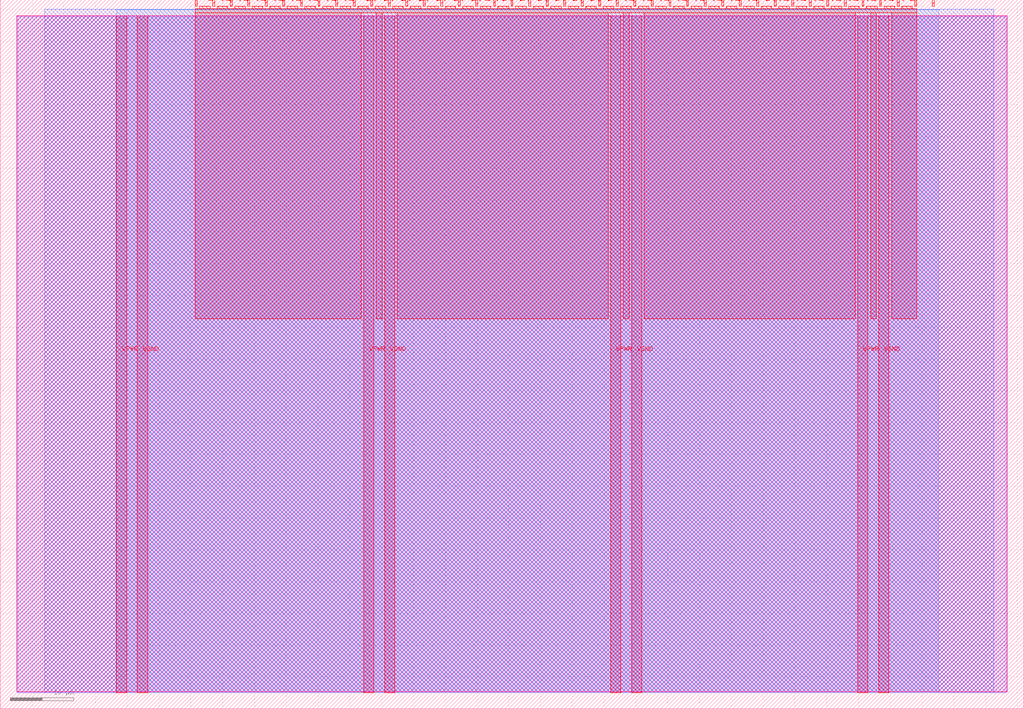
<source format=lef>
VERSION 5.7 ;
  NOWIREEXTENSIONATPIN ON ;
  DIVIDERCHAR "/" ;
  BUSBITCHARS "[]" ;
MACRO tt_um_Lukasseirl
  CLASS BLOCK ;
  FOREIGN tt_um_Lukasseirl ;
  ORIGIN 0.000 0.000 ;
  SIZE 161.000 BY 111.520 ;
  PIN VGND
    DIRECTION INOUT ;
    USE GROUND ;
    PORT
      LAYER met4 ;
        RECT 21.580 2.480 23.180 109.040 ;
    END
    PORT
      LAYER met4 ;
        RECT 60.450 2.480 62.050 109.040 ;
    END
    PORT
      LAYER met4 ;
        RECT 99.320 2.480 100.920 109.040 ;
    END
    PORT
      LAYER met4 ;
        RECT 138.190 2.480 139.790 109.040 ;
    END
  END VGND
  PIN VPWR
    DIRECTION INOUT ;
    USE POWER ;
    PORT
      LAYER met4 ;
        RECT 18.280 2.480 19.880 109.040 ;
    END
    PORT
      LAYER met4 ;
        RECT 57.150 2.480 58.750 109.040 ;
    END
    PORT
      LAYER met4 ;
        RECT 96.020 2.480 97.620 109.040 ;
    END
    PORT
      LAYER met4 ;
        RECT 134.890 2.480 136.490 109.040 ;
    END
  END VPWR
  PIN clk
    DIRECTION INPUT ;
    USE SIGNAL ;
    ANTENNAGATEAREA 0.852000 ;
    PORT
      LAYER met4 ;
        RECT 143.830 110.520 144.130 111.520 ;
    END
  END clk
  PIN ena
    DIRECTION INPUT ;
    USE SIGNAL ;
    PORT
      LAYER met4 ;
        RECT 146.590 110.520 146.890 111.520 ;
    END
  END ena
  PIN rst_n
    DIRECTION INPUT ;
    USE SIGNAL ;
    ANTENNAGATEAREA 0.196500 ;
    PORT
      LAYER met4 ;
        RECT 141.070 110.520 141.370 111.520 ;
    END
  END rst_n
  PIN ui_in[0]
    DIRECTION INPUT ;
    USE SIGNAL ;
    ANTENNAGATEAREA 0.196500 ;
    PORT
      LAYER met4 ;
        RECT 138.310 110.520 138.610 111.520 ;
    END
  END ui_in[0]
  PIN ui_in[1]
    DIRECTION INPUT ;
    USE SIGNAL ;
    ANTENNAGATEAREA 0.196500 ;
    PORT
      LAYER met4 ;
        RECT 135.550 110.520 135.850 111.520 ;
    END
  END ui_in[1]
  PIN ui_in[2]
    DIRECTION INPUT ;
    USE SIGNAL ;
    PORT
      LAYER met4 ;
        RECT 132.790 110.520 133.090 111.520 ;
    END
  END ui_in[2]
  PIN ui_in[3]
    DIRECTION INPUT ;
    USE SIGNAL ;
    PORT
      LAYER met4 ;
        RECT 130.030 110.520 130.330 111.520 ;
    END
  END ui_in[3]
  PIN ui_in[4]
    DIRECTION INPUT ;
    USE SIGNAL ;
    PORT
      LAYER met4 ;
        RECT 127.270 110.520 127.570 111.520 ;
    END
  END ui_in[4]
  PIN ui_in[5]
    DIRECTION INPUT ;
    USE SIGNAL ;
    PORT
      LAYER met4 ;
        RECT 124.510 110.520 124.810 111.520 ;
    END
  END ui_in[5]
  PIN ui_in[6]
    DIRECTION INPUT ;
    USE SIGNAL ;
    PORT
      LAYER met4 ;
        RECT 121.750 110.520 122.050 111.520 ;
    END
  END ui_in[6]
  PIN ui_in[7]
    DIRECTION INPUT ;
    USE SIGNAL ;
    PORT
      LAYER met4 ;
        RECT 118.990 110.520 119.290 111.520 ;
    END
  END ui_in[7]
  PIN uio_in[0]
    DIRECTION INPUT ;
    USE SIGNAL ;
    PORT
      LAYER met4 ;
        RECT 116.230 110.520 116.530 111.520 ;
    END
  END uio_in[0]
  PIN uio_in[1]
    DIRECTION INPUT ;
    USE SIGNAL ;
    PORT
      LAYER met4 ;
        RECT 113.470 110.520 113.770 111.520 ;
    END
  END uio_in[1]
  PIN uio_in[2]
    DIRECTION INPUT ;
    USE SIGNAL ;
    PORT
      LAYER met4 ;
        RECT 110.710 110.520 111.010 111.520 ;
    END
  END uio_in[2]
  PIN uio_in[3]
    DIRECTION INPUT ;
    USE SIGNAL ;
    PORT
      LAYER met4 ;
        RECT 107.950 110.520 108.250 111.520 ;
    END
  END uio_in[3]
  PIN uio_in[4]
    DIRECTION INPUT ;
    USE SIGNAL ;
    PORT
      LAYER met4 ;
        RECT 105.190 110.520 105.490 111.520 ;
    END
  END uio_in[4]
  PIN uio_in[5]
    DIRECTION INPUT ;
    USE SIGNAL ;
    PORT
      LAYER met4 ;
        RECT 102.430 110.520 102.730 111.520 ;
    END
  END uio_in[5]
  PIN uio_in[6]
    DIRECTION INPUT ;
    USE SIGNAL ;
    PORT
      LAYER met4 ;
        RECT 99.670 110.520 99.970 111.520 ;
    END
  END uio_in[6]
  PIN uio_in[7]
    DIRECTION INPUT ;
    USE SIGNAL ;
    PORT
      LAYER met4 ;
        RECT 96.910 110.520 97.210 111.520 ;
    END
  END uio_in[7]
  PIN uio_oe[0]
    DIRECTION OUTPUT ;
    USE SIGNAL ;
    PORT
      LAYER met4 ;
        RECT 49.990 110.520 50.290 111.520 ;
    END
  END uio_oe[0]
  PIN uio_oe[1]
    DIRECTION OUTPUT ;
    USE SIGNAL ;
    PORT
      LAYER met4 ;
        RECT 47.230 110.520 47.530 111.520 ;
    END
  END uio_oe[1]
  PIN uio_oe[2]
    DIRECTION OUTPUT ;
    USE SIGNAL ;
    PORT
      LAYER met4 ;
        RECT 44.470 110.520 44.770 111.520 ;
    END
  END uio_oe[2]
  PIN uio_oe[3]
    DIRECTION OUTPUT ;
    USE SIGNAL ;
    PORT
      LAYER met4 ;
        RECT 41.710 110.520 42.010 111.520 ;
    END
  END uio_oe[3]
  PIN uio_oe[4]
    DIRECTION OUTPUT ;
    USE SIGNAL ;
    PORT
      LAYER met4 ;
        RECT 38.950 110.520 39.250 111.520 ;
    END
  END uio_oe[4]
  PIN uio_oe[5]
    DIRECTION OUTPUT ;
    USE SIGNAL ;
    PORT
      LAYER met4 ;
        RECT 36.190 110.520 36.490 111.520 ;
    END
  END uio_oe[5]
  PIN uio_oe[6]
    DIRECTION OUTPUT ;
    USE SIGNAL ;
    PORT
      LAYER met4 ;
        RECT 33.430 110.520 33.730 111.520 ;
    END
  END uio_oe[6]
  PIN uio_oe[7]
    DIRECTION OUTPUT ;
    USE SIGNAL ;
    PORT
      LAYER met4 ;
        RECT 30.670 110.520 30.970 111.520 ;
    END
  END uio_oe[7]
  PIN uio_out[0]
    DIRECTION OUTPUT ;
    USE SIGNAL ;
    ANTENNADIFFAREA 0.445500 ;
    PORT
      LAYER met4 ;
        RECT 72.070 110.520 72.370 111.520 ;
    END
  END uio_out[0]
  PIN uio_out[1]
    DIRECTION OUTPUT ;
    USE SIGNAL ;
    ANTENNADIFFAREA 0.445500 ;
    PORT
      LAYER met4 ;
        RECT 69.310 110.520 69.610 111.520 ;
    END
  END uio_out[1]
  PIN uio_out[2]
    DIRECTION OUTPUT ;
    USE SIGNAL ;
    ANTENNADIFFAREA 0.445500 ;
    PORT
      LAYER met4 ;
        RECT 66.550 110.520 66.850 111.520 ;
    END
  END uio_out[2]
  PIN uio_out[3]
    DIRECTION OUTPUT ;
    USE SIGNAL ;
    ANTENNADIFFAREA 0.445500 ;
    PORT
      LAYER met4 ;
        RECT 63.790 110.520 64.090 111.520 ;
    END
  END uio_out[3]
  PIN uio_out[4]
    DIRECTION OUTPUT ;
    USE SIGNAL ;
    ANTENNADIFFAREA 0.445500 ;
    PORT
      LAYER met4 ;
        RECT 61.030 110.520 61.330 111.520 ;
    END
  END uio_out[4]
  PIN uio_out[5]
    DIRECTION OUTPUT ;
    USE SIGNAL ;
    ANTENNADIFFAREA 0.445500 ;
    PORT
      LAYER met4 ;
        RECT 58.270 110.520 58.570 111.520 ;
    END
  END uio_out[5]
  PIN uio_out[6]
    DIRECTION OUTPUT ;
    USE SIGNAL ;
    ANTENNADIFFAREA 0.445500 ;
    PORT
      LAYER met4 ;
        RECT 55.510 110.520 55.810 111.520 ;
    END
  END uio_out[6]
  PIN uio_out[7]
    DIRECTION OUTPUT ;
    USE SIGNAL ;
    PORT
      LAYER met4 ;
        RECT 52.750 110.520 53.050 111.520 ;
    END
  END uio_out[7]
  PIN uo_out[0]
    DIRECTION OUTPUT ;
    USE SIGNAL ;
    ANTENNADIFFAREA 0.445500 ;
    PORT
      LAYER met4 ;
        RECT 94.150 110.520 94.450 111.520 ;
    END
  END uo_out[0]
  PIN uo_out[1]
    DIRECTION OUTPUT ;
    USE SIGNAL ;
    ANTENNADIFFAREA 0.445500 ;
    PORT
      LAYER met4 ;
        RECT 91.390 110.520 91.690 111.520 ;
    END
  END uo_out[1]
  PIN uo_out[2]
    DIRECTION OUTPUT ;
    USE SIGNAL ;
    ANTENNADIFFAREA 0.445500 ;
    PORT
      LAYER met4 ;
        RECT 88.630 110.520 88.930 111.520 ;
    END
  END uo_out[2]
  PIN uo_out[3]
    DIRECTION OUTPUT ;
    USE SIGNAL ;
    ANTENNADIFFAREA 0.445500 ;
    PORT
      LAYER met4 ;
        RECT 85.870 110.520 86.170 111.520 ;
    END
  END uo_out[3]
  PIN uo_out[4]
    DIRECTION OUTPUT ;
    USE SIGNAL ;
    ANTENNADIFFAREA 0.445500 ;
    PORT
      LAYER met4 ;
        RECT 83.110 110.520 83.410 111.520 ;
    END
  END uo_out[4]
  PIN uo_out[5]
    DIRECTION OUTPUT ;
    USE SIGNAL ;
    ANTENNADIFFAREA 0.445500 ;
    PORT
      LAYER met4 ;
        RECT 80.350 110.520 80.650 111.520 ;
    END
  END uo_out[5]
  PIN uo_out[6]
    DIRECTION OUTPUT ;
    USE SIGNAL ;
    ANTENNADIFFAREA 0.445500 ;
    PORT
      LAYER met4 ;
        RECT 77.590 110.520 77.890 111.520 ;
    END
  END uo_out[6]
  PIN uo_out[7]
    DIRECTION OUTPUT ;
    USE SIGNAL ;
    PORT
      LAYER met4 ;
        RECT 74.830 110.520 75.130 111.520 ;
    END
  END uo_out[7]
  OBS
      LAYER nwell ;
        RECT 2.570 2.635 158.430 108.990 ;
      LAYER li1 ;
        RECT 2.760 2.635 158.240 108.885 ;
      LAYER met1 ;
        RECT 2.760 2.480 158.240 109.040 ;
      LAYER met2 ;
        RECT 7.000 2.535 156.300 110.005 ;
      LAYER met3 ;
        RECT 18.290 2.555 147.595 109.985 ;
      LAYER met4 ;
        RECT 31.370 110.120 33.030 110.520 ;
        RECT 34.130 110.120 35.790 110.520 ;
        RECT 36.890 110.120 38.550 110.520 ;
        RECT 39.650 110.120 41.310 110.520 ;
        RECT 42.410 110.120 44.070 110.520 ;
        RECT 45.170 110.120 46.830 110.520 ;
        RECT 47.930 110.120 49.590 110.520 ;
        RECT 50.690 110.120 52.350 110.520 ;
        RECT 53.450 110.120 55.110 110.520 ;
        RECT 56.210 110.120 57.870 110.520 ;
        RECT 58.970 110.120 60.630 110.520 ;
        RECT 61.730 110.120 63.390 110.520 ;
        RECT 64.490 110.120 66.150 110.520 ;
        RECT 67.250 110.120 68.910 110.520 ;
        RECT 70.010 110.120 71.670 110.520 ;
        RECT 72.770 110.120 74.430 110.520 ;
        RECT 75.530 110.120 77.190 110.520 ;
        RECT 78.290 110.120 79.950 110.520 ;
        RECT 81.050 110.120 82.710 110.520 ;
        RECT 83.810 110.120 85.470 110.520 ;
        RECT 86.570 110.120 88.230 110.520 ;
        RECT 89.330 110.120 90.990 110.520 ;
        RECT 92.090 110.120 93.750 110.520 ;
        RECT 94.850 110.120 96.510 110.520 ;
        RECT 97.610 110.120 99.270 110.520 ;
        RECT 100.370 110.120 102.030 110.520 ;
        RECT 103.130 110.120 104.790 110.520 ;
        RECT 105.890 110.120 107.550 110.520 ;
        RECT 108.650 110.120 110.310 110.520 ;
        RECT 111.410 110.120 113.070 110.520 ;
        RECT 114.170 110.120 115.830 110.520 ;
        RECT 116.930 110.120 118.590 110.520 ;
        RECT 119.690 110.120 121.350 110.520 ;
        RECT 122.450 110.120 124.110 110.520 ;
        RECT 125.210 110.120 126.870 110.520 ;
        RECT 127.970 110.120 129.630 110.520 ;
        RECT 130.730 110.120 132.390 110.520 ;
        RECT 133.490 110.120 135.150 110.520 ;
        RECT 136.250 110.120 137.910 110.520 ;
        RECT 139.010 110.120 140.670 110.520 ;
        RECT 141.770 110.120 143.430 110.520 ;
        RECT 30.655 109.440 144.145 110.120 ;
        RECT 30.655 61.375 56.750 109.440 ;
        RECT 59.150 61.375 60.050 109.440 ;
        RECT 62.450 61.375 95.620 109.440 ;
        RECT 98.020 61.375 98.920 109.440 ;
        RECT 101.320 61.375 134.490 109.440 ;
        RECT 136.890 61.375 137.790 109.440 ;
        RECT 140.190 61.375 144.145 109.440 ;
  END
END tt_um_Lukasseirl
END LIBRARY


</source>
